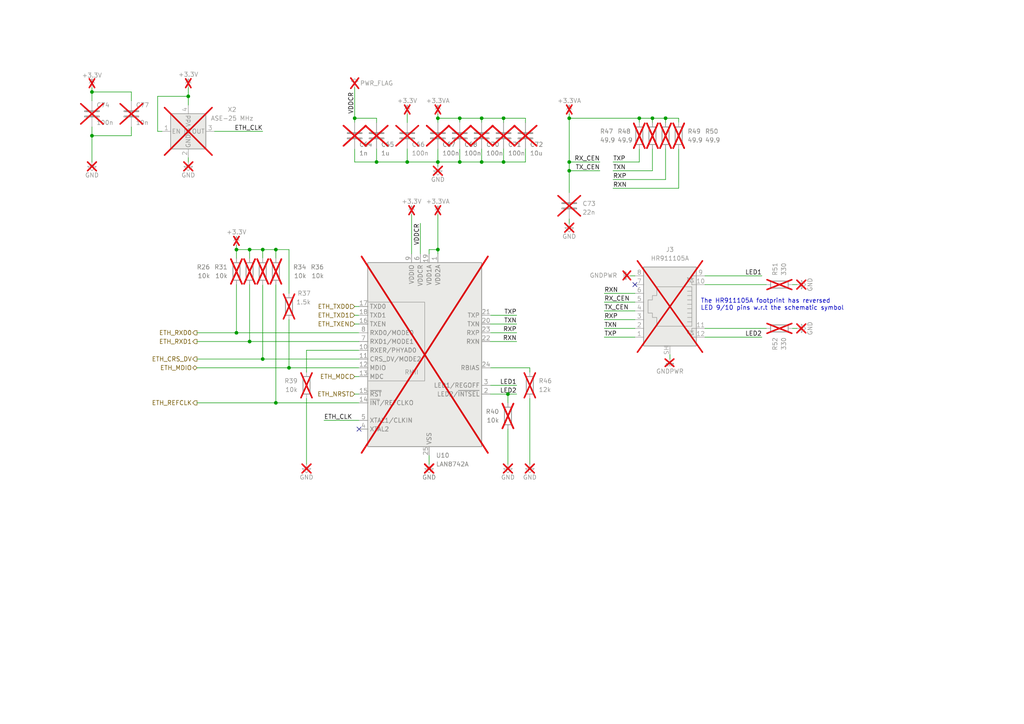
<source format=kicad_sch>
(kicad_sch (version 20231120) (generator "eeschema") (generator_version "8.0")
  (paper "A4")
  (title_block (title "net-bmp") (date "2023-11-11") (rev "b") (company "elagil"))
  (lib_symbols
    (symbol "Connector:8P8C_LED_Shielded" (pin_names (offset 1.016))
      (property "Reference" "J" (at -5.08 13.97 0))
      (property "Value" "8P8C_LED_Shielded" (at 1.27 13.97 0))
      (symbol "8P8C_LED_Shielded_0_1"
        (polyline (pts (xy -7.62 -7.62) (xy -6.35 -7.62)))
        (polyline (pts (xy -7.62 -5.08) (xy -6.35 -5.08)))
        (polyline (pts (xy -7.62 7.62) (xy -6.35 7.62)))
        (polyline (pts (xy -7.62 10.16) (xy -6.35 10.16)))
        (polyline (pts (xy -6.858 -5.842) (xy -5.842 -5.842)))
        (polyline (pts (xy -6.858 9.398) (xy -5.842 9.398)))
        (polyline (pts (xy -6.35 -7.62) (xy -6.35 -6.858)))
        (polyline (pts (xy -6.35 -5.08) (xy -6.35 -5.842)))
        (polyline (pts (xy -6.35 7.62) (xy -6.35 8.382)))
        (polyline (pts (xy -6.35 10.16) (xy -6.35 9.398)))
        (polyline (pts (xy -5.08 -6.223) (xy -5.207 -6.604)))
        (polyline (pts (xy -5.08 -5.588) (xy -5.207 -5.969)))
        (polyline (pts (xy -5.08 4.445) (xy -6.35 4.445)))
        (polyline (pts (xy -5.08 5.715) (xy -6.35 5.715)))
        (polyline (pts (xy -5.08 9.017) (xy -5.207 8.636)))
        (polyline (pts (xy -5.08 9.652) (xy -5.207 9.271)))
        (polyline (pts (xy -6.35 -3.175) (xy -5.08 -3.175) (xy -5.08 -3.175)))
        (polyline (pts (xy -6.35 -1.905) (xy -5.08 -1.905) (xy -5.08 -1.905)))
        (polyline (pts (xy -6.35 -0.635) (xy -5.08 -0.635) (xy -5.08 -0.635)))
        (polyline (pts (xy -6.35 0.635) (xy -5.08 0.635) (xy -5.08 0.635)))
        (polyline (pts (xy -6.35 1.905) (xy -5.08 1.905) (xy -5.08 1.905)))
        (polyline (pts (xy -5.588 -6.731) (xy -5.08 -6.223) (xy -5.461 -6.35)))
        (polyline (pts (xy -5.588 -6.096) (xy -5.08 -5.588) (xy -5.461 -5.715)))
        (polyline (pts (xy -5.588 8.509) (xy -5.08 9.017) (xy -5.461 8.89)))
        (polyline (pts (xy -5.588 9.144) (xy -5.08 9.652) (xy -5.461 9.525)))
        (polyline (pts (xy -5.08 3.175) (xy -6.35 3.175) (xy -6.35 3.175)))
        (polyline (pts (xy -6.35 -5.842) (xy -6.858 -6.858) (xy -5.842 -6.858) (xy -6.35 -5.842)))
        (polyline (pts (xy -6.35 9.398) (xy -6.858 8.382) (xy -5.842 8.382) (xy -6.35 9.398)))
        (polyline (pts (xy -6.35 -4.445) (xy -6.35 6.985) (xy 3.81 6.985) (xy 3.81 4.445) (xy 5.08 4.445) (xy 5.08 3.175) (xy 6.35 3.175) (xy 6.35 -0.635) (xy 5.08 -0.635) (xy 5.08 -1.905) (xy 3.81 -1.905) (xy 3.81 -4.445) (xy -6.35 -4.445) (xy -6.35 -4.445)))
        (rectangle (start 7.62 12.7) (end -7.62 -10.16) (stroke (width 0.254)) (fill (type background)))
      )
      (symbol "8P8C_LED_Shielded_1_1"
        (pin passive line (at 10.16 -7.62 180) (length 2.54) (name "~") (number "1"))
        (pin passive line (at -10.16 7.62 0) (length 2.54) (name "~") (number "10"))
        (pin passive line (at -10.16 -5.08 0) (length 2.54) (name "~") (number "11"))
        (pin passive line (at -10.16 -7.62 0) (length 2.54) (name "~") (number "12"))
        (pin passive line (at 10.16 -5.08 180) (length 2.54) (name "~") (number "2"))
        (pin passive line (at 10.16 -2.54 180) (length 2.54) (name "~") (number "3"))
        (pin passive line (at 10.16 0 180) (length 2.54) (name "~") (number "4"))
        (pin passive line (at 10.16 2.54 180) (length 2.54) (name "~") (number "5"))
        (pin passive line (at 10.16 5.08 180) (length 2.54) (name "~") (number "6"))
        (pin passive line (at 10.16 7.62 180) (length 2.54) (name "~") (number "7"))
        (pin passive line (at 10.16 10.16 180) (length 2.54) (name "~") (number "8"))
        (pin passive line (at -10.16 10.16 0) (length 2.54) (name "~") (number "9"))
        (pin passive line (at 0 -12.7 90) (length 2.54) (name "~") (number "SH"))
      )
    )
    (symbol "Device:C" (pin_numbers hide) (pin_names (offset 0.254))
      (property "Reference" "C" (at 0.635 2.54 0))
      (property "Value" "C" (at 0.635 -2.54 0))
      (symbol "C_0_1"
        (polyline (pts (xy -2.032 -0.762) (xy 2.032 -0.762)) (stroke (width 0.508)))
        (polyline (pts (xy -2.032 0.762) (xy 2.032 0.762)) (stroke (width 0.508)))
      )
      (symbol "C_1_1"
        (pin passive line (at 0 3.81 270) (length 2.794) (name "~") (number "1"))
        (pin passive line (at 0 -3.81 90) (length 2.794) (name "~") (number "2"))
      )
    )
    (symbol "Device:R" (pin_numbers hide) (pin_names (offset 0))
      (property "Reference" "R" (at 2.032 0 90))
      (property "Value" "R" (at 0 0 90))
      (symbol "R_0_1"
        (rectangle (start -1.016 -2.54) (end 1.016 2.54) (stroke (width 0.254)))
      )
      (symbol "R_1_1"
        (pin passive line (at 0 3.81 270) (length 1.27) (name "~") (number "1"))
        (pin passive line (at 0 -3.81 90) (length 1.27) (name "~") (number "2"))
      )
    )
    (symbol "Interface_Ethernet:LAN8742A"
      (property "Reference" "U" (at -13.97 29.21 0))
      (property "Value" "LAN8742A" (at 15.24 29.21 0))
      (symbol "LAN8742A_0_0"
        (text "RMII" (at -5.08 -3.81 0) (effects (font (size 1.27 1.27))))
      )
      (symbol "LAN8742A_0_1"
        (rectangle (start -17.78 27.94) (end 15.24 -25.4) (stroke (width 0.254)) (fill (type background)))
        (polyline (pts (xy -17.78 -6.35) (xy -1.27 -6.35) (xy -1.27 16.51) (xy -17.78 16.51)))
      )
      (symbol "LAN8742A_1_1"
        (pin power_in line (at 2.54 30.48 270) (length 2.54) (name "VDD2A") (number "1"))
        (pin output line (at -20.32 2.54 0) (length 2.54) (name "RXER/PHYAD0") (number "10"))
        (pin bidirectional line (at -20.32 0 0) (length 2.54) (name "CRS_DV/MODE2") (number "11"))
        (pin bidirectional line (at -20.32 -2.54 0) (length 2.54) (name "MDIO") (number "12"))
        (pin input line (at -20.32 -5.08 0) (length 2.54) (name "MDC") (number "13"))
        (pin output line (at -20.32 -12.7 0) (length 2.54) (name "~{INT}/REFCLKO") (number "14"))
        (pin input line (at -20.32 -10.16 0) (length 2.54) (name "~{RST}") (number "15"))
        (pin input line (at -20.32 10.16 0) (length 2.54) (name "TXEN") (number "16"))
        (pin input line (at -20.32 15.24 0) (length 2.54) (name "TXD0") (number "17"))
        (pin input line (at -20.32 12.7 0) (length 2.54) (name "TXD1") (number "18"))
        (pin power_in line (at 0 30.48 270) (length 2.54) (name "VDD1A") (number "19"))
        (pin bidirectional line (at 17.78 -10.16 180) (length 2.54) (name "LED2/~{INTSEL}") (number "2"))
        (pin passive line (at 17.78 10.16 180) (length 2.54) (name "TXN") (number "20"))
        (pin passive line (at 17.78 12.7 180) (length 2.54) (name "TXP") (number "21"))
        (pin passive line (at 17.78 5.08 180) (length 2.54) (name "RXN") (number "22"))
        (pin passive line (at 17.78 7.62 180) (length 2.54) (name "RXP") (number "23"))
        (pin passive line (at 17.78 -2.54 180) (length 2.54) (name "RBIAS") (number "24"))
        (pin power_in line (at 0 -27.94 90) (length 2.54) (name "VSS") (number "25"))
        (pin bidirectional line (at 17.78 -7.62 180) (length 2.54) (name "LED1/REGOFF") (number "3"))
        (pin output line (at -20.32 -20.32 0) (length 2.54) (name "XTAL2") (number "4"))
        (pin input line (at -20.32 -17.78 0) (length 2.54) (name "XTAL1/CLKIN") (number "5"))
        (pin power_in line (at -2.54 30.48 270) (length 2.54) (name "VDDCR") (number "6"))
        (pin bidirectional line (at -20.32 5.08 0) (length 2.54) (name "RXD1/MODE1") (number "7"))
        (pin bidirectional line (at -20.32 7.62 0) (length 2.54) (name "RXD0/MODE0") (number "8"))
        (pin power_in line (at -5.08 30.48 270) (length 2.54) (name "VDDIO") (number "9"))
      )
    )
    (symbol "Oscillator:ASE-xxxMHz" (pin_names (offset 0.254))
      (property "Reference" "X" (at -5.08 6.35 0))
      (property "Value" "ASE-xxxMHz" (at 1.27 -6.35 0))
      (symbol "ASE-xxxMHz_0_1"
        (rectangle (start -5.08 5.08) (end 5.08 -5.08) (stroke (width 0.254)) (fill (type background)))
        (polyline (pts (xy -1.27 -0.762) (xy -1.016 -0.762) (xy -1.016 0.762) (xy -0.508 0.762) (xy -0.508 -0.762) (xy 0 -0.762) (xy 0 0.762) (xy 0.508 0.762) (xy 0.508 -0.762) (xy 0.762 -0.762)))
      )
      (symbol "ASE-xxxMHz_1_1"
        (pin input line (at -7.62 0 0) (length 2.54) (name "EN") (number "1"))
        (pin power_in line (at 0 -7.62 90) (length 2.54) (name "GND") (number "2"))
        (pin output line (at 7.62 0 180) (length 2.54) (name "OUT") (number "3"))
        (pin power_in line (at 0 7.62 270) (length 2.54) (name "Vdd") (number "4"))
      )
    )
    (symbol "power:+3.3V" (power) (pin_names (offset 0))
      (property "Value" "+3.3V" (at 0 3.556 0))
      (symbol "+3.3V_0_1"
        (polyline (pts (xy -0.762 1.27) (xy 0 2.54)))
        (polyline (pts (xy 0 0) (xy 0 2.54)))
        (polyline (pts (xy 0 2.54) (xy 0.762 1.27)))
      )
      (symbol "+3.3V_1_1"
        (pin power_in line (at 0 0 90) (length 0) hide (name "+3.3V") (number "1"))
      )
    )
    (symbol "power:+3.3VA" (power) (pin_names (offset 0))
      (property "Value" "+3.3VA" (at 0 3.556 0))
      (symbol "+3.3VA_0_1"
        (polyline (pts (xy -0.762 1.27) (xy 0 2.54)))
        (polyline (pts (xy 0 0) (xy 0 2.54)))
        (polyline (pts (xy 0 2.54) (xy 0.762 1.27)))
      )
      (symbol "+3.3VA_1_1"
        (pin power_in line (at 0 0 90) (length 0) hide (name "+3.3VA") (number "1"))
      )
    )
    (symbol "power:GND" (power) (pin_names (offset 0))
      (property "Value" "GND" (at 0 -3.81 0))
      (symbol "GND_0_1"
        (polyline (pts (xy 0 0) (xy 0 -1.27) (xy 1.27 -1.27) (xy 0 -2.54) (xy -1.27 -1.27) (xy 0 -1.27)))
      )
      (symbol "GND_1_1"
        (pin power_in line (at 0 0 270) (length 0) hide (name "GND") (number "1"))
      )
    )
    (symbol "power:GNDPWR" (power) (pin_names (offset 0))
      (property "Value" "GNDPWR" (at 0 -3.302 0))
      (symbol "GNDPWR_0_1"
        (polyline (pts (xy 0 -1.27) (xy 0 0)))
        (polyline (pts (xy -1.016 -1.27) (xy -1.27 -2.032) (xy -1.27 -2.032)) (stroke (width 0.2032)))
        (polyline (pts (xy -0.508 -1.27) (xy -0.762 -2.032) (xy -0.762 -2.032)) (stroke (width 0.2032)))
        (polyline (pts (xy 0 -1.27) (xy -0.254 -2.032) (xy -0.254 -2.032)) (stroke (width 0.2032)))
        (polyline (pts (xy 0.508 -1.27) (xy 0.254 -2.032) (xy 0.254 -2.032)) (stroke (width 0.2032)))
        (polyline (pts (xy 1.016 -1.27) (xy -1.016 -1.27) (xy -1.016 -1.27)) (stroke (width 0.2032)))
        (polyline (pts (xy 1.016 -1.27) (xy 0.762 -2.032) (xy 0.762 -2.032) (xy 0.762 -2.032)) (stroke (width 0.2032)))
      )
      (symbol "GNDPWR_1_1"
        (pin power_in line (at 0 0 270) (length 0) hide (name "GNDPWR") (number "1"))
      )
    )
    (symbol "power:PWR_FLAG" (power) (pin_numbers hide) (pin_names (offset 0) hide)
      (property "Value" "PWR_FLAG" (at 0 3.81 0))
      (symbol "PWR_FLAG_0_0"
        (pin power_out line (at 0 0 90) (length 0) (name "pwr") (number "1"))
      )
      (symbol "PWR_FLAG_0_1"
        (polyline (pts (xy 0 0) (xy 0 1.27) (xy -1.016 1.905) (xy 0 2.54) (xy 1.016 1.905) (xy 0 1.27)))
      )
    )
  )
  (junction (at 127 34.29))
  (junction (at 68.58 72.39))
  (junction (at 76.2 104.14))
  (junction (at 193.04 34.29))
  (junction (at 109.22 46.99))
  (junction (at 147.32 114.3))
  (junction (at 185.42 34.29))
  (junction (at 68.58 96.52))
  (junction (at 165.1 49.53))
  (junction (at 146.05 34.29))
  (junction (at 139.7 34.29))
  (junction (at 72.39 72.39))
  (junction (at 133.35 46.99))
  (junction (at 165.1 46.99))
  (junction (at 26.67 26.67))
  (junction (at 127 72.39))
  (junction (at 165.1 34.29))
  (junction (at 76.2 72.39))
  (junction (at 127 46.99))
  (junction (at 146.05 46.99))
  (junction (at 139.7 46.99))
  (junction (at 54.61 27.94))
  (junction (at 80.01 116.84))
  (junction (at 133.35 34.29))
  (junction (at 80.01 72.39))
  (junction (at 26.67 39.37))
  (junction (at 189.23 34.29))
  (junction (at 83.82 106.68))
  (junction (at 102.87 34.29))
  (junction (at 72.39 99.06))
  (junction (at 118.11 46.99))
  (no_connect (at 104.14 124.46))
  (no_connect (at 184.15 82.55))
  (wire (pts (xy 152.4 43.18) (xy 152.4 46.99)))
  (wire (pts (xy 146.05 46.99) (xy 152.4 46.99)))
  (wire (pts (xy 220.98 97.79) (xy 204.47 97.79)))
  (wire (pts (xy 127 72.39) (xy 127 73.66)))
  (wire (pts (xy 177.8 49.53) (xy 189.23 49.53)))
  (wire (pts (xy 175.26 95.25) (xy 184.15 95.25)))
  (wire (pts (xy 76.2 104.14) (xy 104.14 104.14)))
  (wire (pts (xy 165.1 34.29) (xy 185.42 34.29)))
  (wire (pts (xy 26.67 39.37) (xy 38.1 39.37)))
  (wire (pts (xy 127 62.23) (xy 127 72.39)))
  (wire (pts (xy 76.2 72.39) (xy 76.2 74.93)))
  (wire (pts (xy 142.24 93.98) (xy 149.86 93.98)))
  (wire (pts (xy 83.82 106.68) (xy 104.14 106.68)))
  (wire (pts (xy 109.22 35.56) (xy 109.22 34.29)))
  (wire (pts (xy 57.15 96.52) (xy 68.58 96.52)))
  (wire (pts (xy 165.1 46.99) (xy 173.99 46.99)))
  (wire (pts (xy 102.87 93.98) (xy 104.14 93.98)))
  (wire (pts (xy 88.9 115.57) (xy 88.9 134.62)))
  (wire (pts (xy 102.87 88.9) (xy 104.14 88.9)))
  (wire (pts (xy 142.24 99.06) (xy 149.86 99.06)))
  (wire (pts (xy 175.26 90.17) (xy 184.15 90.17)))
  (wire (pts (xy 124.46 132.08) (xy 124.46 134.62)))
  (wire (pts (xy 165.1 46.99) (xy 165.1 49.53)))
  (wire (pts (xy 88.9 101.6) (xy 88.9 107.95)))
  (wire (pts (xy 193.04 35.56) (xy 193.04 34.29)))
  (wire (pts (xy 139.7 43.18) (xy 139.7 46.99)))
  (wire (pts (xy 152.4 35.56) (xy 152.4 34.29)))
  (wire (pts (xy 204.47 95.25) (xy 222.25 95.25)))
  (wire (pts (xy 80.01 72.39) (xy 80.01 74.93)))
  (wire (pts (xy 54.61 25.4) (xy 54.61 27.94)))
  (wire (pts (xy 72.39 72.39) (xy 72.39 74.93)))
  (wire (pts (xy 142.24 106.68) (xy 153.67 106.68)))
  (wire (pts (xy 54.61 45.72) (xy 54.61 46.99)))
  (wire (pts (xy 26.67 25.4) (xy 26.67 26.67)))
  (wire (pts (xy 45.72 38.1) (xy 45.72 27.94)))
  (wire (pts (xy 146.05 34.29) (xy 152.4 34.29)))
  (wire (pts (xy 153.67 115.57) (xy 153.67 134.62)))
  (wire (pts (xy 38.1 39.37) (xy 38.1 36.83)))
  (wire (pts (xy 175.26 92.71) (xy 184.15 92.71)))
  (wire (pts (xy 147.32 114.3) (xy 149.86 114.3)))
  (wire (pts (xy 165.1 49.53) (xy 165.1 55.88)))
  (wire (pts (xy 26.67 26.67) (xy 26.67 29.21)))
  (wire (pts (xy 72.39 72.39) (xy 76.2 72.39)))
  (wire (pts (xy 127 46.99) (xy 133.35 46.99)))
  (wire (pts (xy 127 43.18) (xy 127 46.99)))
  (wire (pts (xy 102.87 109.22) (xy 104.14 109.22)))
  (wire (pts (xy 80.01 116.84) (xy 104.14 116.84)))
  (wire (pts (xy 109.22 43.18) (xy 109.22 46.99)))
  (wire (pts (xy 68.58 72.39) (xy 72.39 72.39)))
  (wire (pts (xy 102.87 114.3) (xy 104.14 114.3)))
  (wire (pts (xy 133.35 34.29) (xy 139.7 34.29)))
  (wire (pts (xy 204.47 82.55) (xy 222.25 82.55)))
  (wire (pts (xy 76.2 82.55) (xy 76.2 104.14)))
  (wire (pts (xy 57.15 99.06) (xy 72.39 99.06)))
  (wire (pts (xy 142.24 91.44) (xy 149.86 91.44)))
  (wire (pts (xy 177.8 52.07) (xy 193.04 52.07)))
  (wire (pts (xy 102.87 25.4) (xy 102.87 34.29)))
  (wire (pts (xy 220.98 80.01) (xy 204.47 80.01)))
  (wire (pts (xy 54.61 27.94) (xy 54.61 30.48)))
  (wire (pts (xy 72.39 82.55) (xy 72.39 99.06)))
  (wire (pts (xy 102.87 46.99) (xy 109.22 46.99)))
  (wire (pts (xy 193.04 43.18) (xy 193.04 52.07)))
  (wire (pts (xy 62.23 38.1) (xy 76.2 38.1)))
  (wire (pts (xy 83.82 85.09) (xy 83.82 72.39)))
  (wire (pts (xy 165.1 34.29) (xy 165.1 46.99)))
  (wire (pts (xy 185.42 35.56) (xy 185.42 34.29)))
  (wire (pts (xy 38.1 26.67) (xy 38.1 29.21)))
  (wire (pts (xy 229.87 82.55) (xy 231.14 82.55)))
  (wire (pts (xy 182.88 80.01) (xy 184.15 80.01)))
  (wire (pts (xy 165.1 63.5) (xy 165.1 64.77)))
  (wire (pts (xy 46.99 38.1) (xy 45.72 38.1)))
  (wire (pts (xy 102.87 34.29) (xy 102.87 35.56)))
  (wire (pts (xy 139.7 35.56) (xy 139.7 34.29)))
  (wire (pts (xy 189.23 34.29) (xy 193.04 34.29)))
  (wire (pts (xy 80.01 82.55) (xy 80.01 116.84)))
  (wire (pts (xy 26.67 39.37) (xy 26.67 36.83)))
  (wire (pts (xy 118.11 46.99) (xy 127 46.99)))
  (wire (pts (xy 196.85 43.18) (xy 196.85 54.61)))
  (wire (pts (xy 45.72 27.94) (xy 54.61 27.94)))
  (wire (pts (xy 142.24 114.3) (xy 147.32 114.3)))
  (wire (pts (xy 175.26 97.79) (xy 184.15 97.79)))
  (wire (pts (xy 93.98 121.92) (xy 104.14 121.92)))
  (wire (pts (xy 57.15 106.68) (xy 83.82 106.68)))
  (wire (pts (xy 68.58 96.52) (xy 104.14 96.52)))
  (wire (pts (xy 229.87 95.25) (xy 231.14 95.25)))
  (wire (pts (xy 142.24 111.76) (xy 149.86 111.76)))
  (wire (pts (xy 127 33.02) (xy 127 34.29)))
  (wire (pts (xy 146.05 43.18) (xy 146.05 46.99)))
  (wire (pts (xy 185.42 34.29) (xy 189.23 34.29)))
  (wire (pts (xy 68.58 72.39) (xy 68.58 74.93)))
  (wire (pts (xy 127 46.99) (xy 127 48.26)))
  (wire (pts (xy 68.58 71.12) (xy 68.58 72.39)))
  (wire (pts (xy 177.8 54.61) (xy 196.85 54.61)))
  (wire (pts (xy 189.23 43.18) (xy 189.23 49.53)))
  (wire (pts (xy 26.67 39.37) (xy 26.67 46.99)))
  (wire (pts (xy 147.32 124.46) (xy 147.32 134.62)))
  (wire (pts (xy 83.82 72.39) (xy 80.01 72.39)))
  (wire (pts (xy 185.42 43.18) (xy 185.42 46.99)))
  (wire (pts (xy 165.1 34.29) (xy 165.1 33.02)))
  (wire (pts (xy 177.8 46.99) (xy 185.42 46.99)))
  (wire (pts (xy 175.26 87.63) (xy 184.15 87.63)))
  (wire (pts (xy 68.58 82.55) (xy 68.58 96.52)))
  (wire (pts (xy 127 34.29) (xy 133.35 34.29)))
  (wire (pts (xy 165.1 49.53) (xy 173.99 49.53)))
  (wire (pts (xy 175.26 85.09) (xy 184.15 85.09)))
  (wire (pts (xy 72.39 99.06) (xy 104.14 99.06)))
  (wire (pts (xy 146.05 35.56) (xy 146.05 34.29)))
  (wire (pts (xy 127 34.29) (xy 127 35.56)))
  (wire (pts (xy 26.67 26.67) (xy 38.1 26.67)))
  (wire (pts (xy 133.35 35.56) (xy 133.35 34.29)))
  (wire (pts (xy 109.22 46.99) (xy 118.11 46.99)))
  (wire (pts (xy 83.82 92.71) (xy 83.82 106.68)))
  (wire (pts (xy 124.46 73.66) (xy 124.46 72.39)))
  (wire (pts (xy 102.87 91.44) (xy 104.14 91.44)))
  (wire (pts (xy 133.35 46.99) (xy 139.7 46.99)))
  (wire (pts (xy 193.04 34.29) (xy 196.85 34.29)))
  (wire (pts (xy 139.7 34.29) (xy 146.05 34.29)))
  (wire (pts (xy 118.11 33.02) (xy 118.11 35.56)))
  (wire (pts (xy 102.87 34.29) (xy 109.22 34.29)))
  (wire (pts (xy 102.87 43.18) (xy 102.87 46.99)))
  (wire (pts (xy 147.32 114.3) (xy 147.32 116.84)))
  (wire (pts (xy 124.46 72.39) (xy 127 72.39)))
  (wire (pts (xy 142.24 96.52) (xy 149.86 96.52)))
  (wire (pts (xy 194.31 102.87) (xy 194.31 104.14)))
  (wire (pts (xy 104.14 101.6) (xy 88.9 101.6)))
  (wire (pts (xy 119.38 62.23) (xy 119.38 73.66)))
  (wire (pts (xy 196.85 35.56) (xy 196.85 34.29)))
  (wire (pts (xy 76.2 72.39) (xy 80.01 72.39)))
  (wire (pts (xy 189.23 35.56) (xy 189.23 34.29)))
  (wire (pts (xy 118.11 43.18) (xy 118.11 46.99)))
  (wire (pts (xy 153.67 106.68) (xy 153.67 107.95)))
  (wire (pts (xy 57.15 104.14) (xy 76.2 104.14)))
  (wire (pts (xy 139.7 46.99) (xy 146.05 46.99)))
  (wire (pts (xy 133.35 43.18) (xy 133.35 46.99)))
  (wire (pts (xy 121.92 64.77) (xy 121.92 73.66)))
  (wire (pts (xy 57.15 116.84) (xy 80.01 116.84)))
  (text "The HR911105A footprint has reversed\nLED 9/10 pins w.r.t the schematic symbol" (at 203.2 90.17 0) (effects (font (size 1.27 1.27)) (justify left bottom)))
  (label "TX_CEN" (at 173.99 49.53 180))
  (label "VDDCR" (at 102.87 26.67 270))
  (label "LED2" (at 149.86 114.3 180))
  (label "ETH_CLK" (at 93.98 121.92 0))
  (label "TXP" (at 149.86 91.44 180))
  (label "TXP" (at 175.26 97.79 0))
  (label "RXN" (at 175.26 85.09 0))
  (label "RXN" (at 149.86 99.06 180))
  (label "RX_CEN" (at 173.99 46.99 180))
  (label "RXP" (at 177.8 52.07 0))
  (label "VDDCR" (at 121.92 64.77 270))
  (label "LED1" (at 220.98 80.01 180))
  (label "TXP" (at 177.8 46.99 0))
  (label "LED1" (at 149.86 111.76 180))
  (label "RXP" (at 175.26 92.71 0))
  (label "TXN" (at 175.26 95.25 0))
  (label "RX_CEN" (at 175.26 87.63 0))
  (label "RXN" (at 177.8 54.61 0))
  (label "RXP" (at 149.86 96.52 180))
  (label "LED2" (at 220.98 97.79 180))
  (label "TXN" (at 149.86 93.98 180))
  (label "ETH_CLK" (at 76.2 38.1 180))
  (label "TXN" (at 177.8 49.53 0))
  (label "TX_CEN" (at 175.26 90.17 0))
  (hierarchical_label "ETH_REFCLK" (shape output) (at 57.15 116.84 180))
  (hierarchical_label "ETH_RXD1" (shape output) (at 57.15 99.06 180))
  (hierarchical_label "ETH_RXD0" (shape output) (at 57.15 96.52 180))
  (hierarchical_label "ETH_TXD1" (shape input) (at 102.87 91.44 180))
  (hierarchical_label "ETH_TXEN" (shape input) (at 102.87 93.98 180))
  (hierarchical_label "ETH_MDC" (shape input) (at 102.87 109.22 180))
  (hierarchical_label "ETH_NRST" (shape input) (at 102.87 114.3 180))
  (hierarchical_label "ETH_CRS_DV" (shape output) (at 57.15 104.14 180))
  (hierarchical_label "ETH_MDIO" (shape bidirectional) (at 57.15 106.68 180))
  (hierarchical_label "ETH_TXD0" (shape input) (at 102.87 88.9 180))
  (symbol (lib_id "power:GND") (at 88.9 134.62 0) (unit 1) (dnp yes)
    (property "Reference" "#PWR07" (effects (hide yes)))
    (property "Value" "GND" (at 88.9 138.43 0))
  )
  (symbol (lib_id "power:+3.3V") (at 54.61 25.4 0) (unit 1) (dnp yes)
    (property "Reference" "#PWR044" (effects (hide yes)))
    (property "Value" "+3.3V" (at 54.61 21.59 0))
  )
  (symbol (lib_id "power:+3.3VA") (at 165.1 33.02 0) (unit 1) (dnp yes)
    (property "Reference" "#PWR016" (effects (hide yes)))
    (property "Value" "+3.3VA" (at 165.1 29.21 0))
  )
  (symbol (lib_id "power:GNDPWR") (at 182.88 80.01 270) (unit 1) (dnp yes)
    (property "Reference" "#PWR019" (effects (hide yes)))
    (property "Value" "GNDPWR" (at 179.07 79.883 90) (effects (justify right)))
  )
  (symbol (lib_id "Device:C") (at 109.22 39.37 0) (unit 1) (dnp yes)
    (property "Reference" "C65" (at 110.49 41.91 0) (effects (justify left)))
    (property "Value" "1u" (at 110.49 44.45 0) (effects (justify left)))
    (property "Footprint" "Capacitor_SMD:C_0402_1005Metric" (effects (hide yes)))
    (property "MPN" "C52923" (effects (hide yes)))
  )
  (symbol (lib_id "Device:R") (at 193.04 39.37 180) (unit 1) (dnp yes)
    (property "Reference" "R49" (at 199.39 38.1 0) (effects (justify right)))
    (property "Value" "49.9" (at 199.39 40.64 0) (effects (justify right)))
    (property "Footprint" "Resistor_SMD:R_0402_1005Metric" (effects (hide yes)))
    (property "MPN" "C25120" (effects (hide yes)))
  )
  (symbol (lib_id "power:GND") (at 165.1 64.77 0) (unit 1) (dnp yes)
    (property "Reference" "#PWR017" (effects (hide yes)))
    (property "Value" "GND" (at 165.1 68.58 0))
  )
  (symbol (lib_id "Device:C") (at 118.11 39.37 0) (unit 1) (dnp yes)
    (property "Reference" "C66" (at 119.38 41.91 0) (effects (justify left)))
    (property "Value" "100n" (at 119.38 44.45 0) (effects (justify left)))
    (property "Footprint" "Capacitor_SMD:C_0402_1005Metric" (effects (hide yes)))
    (property "MPN" "C1525" (effects (hide yes)))
  )
  (symbol (lib_id "power:GNDPWR") (at 194.31 104.14 0) (unit 1) (dnp yes)
    (property "Reference" "#PWR034" (effects (hide yes)))
    (property "Value" "GNDPWR" (at 194.31 107.696 0))
  )
  (symbol (lib_id "Device:R") (at 196.85 39.37 180) (unit 1) (dnp yes)
    (property "Reference" "R50" (at 204.47 38.1 0) (effects (justify right)))
    (property "Value" "49.9" (at 204.47 40.64 0) (effects (justify right)))
    (property "Footprint" "Resistor_SMD:R_0402_1005Metric" (effects (hide yes)))
    (property "MPN" "C25120" (effects (hide yes)))
  )
  (symbol (lib_id "Connector:8P8C_LED_Shielded") (at 194.31 90.17 0) (mirror y) (unit 1) (dnp yes)
    (property "Reference" "J3" (at 194.31 72.39 0))
    (property "Value" "HR911105A" (at 194.31 74.93 0))
    (property "Footprint" "Connector_RJ:RJ45_Hanrun_HR911105A" (effects (hide yes)))
    (property "MPN" "C12074" (effects (hide yes)))
  )
  (symbol (lib_id "Device:R") (at 189.23 39.37 180) (unit 1) (dnp yes)
    (property "Reference" "R48" (at 179.07 38.1 0) (effects (justify right)))
    (property "Value" "49.9" (at 179.07 40.64 0) (effects (justify right)))
    (property "Footprint" "Resistor_SMD:R_0402_1005Metric" (effects (hide yes)))
    (property "MPN" "C25120" (effects (hide yes)))
  )
  (symbol (lib_id "power:PWR_FLAG") (at 102.87 25.4 0) (unit 1) (dnp yes)
    (property "Reference" "#FLG01" (effects (hide yes)))
    (property "Value" "PWR_FLAG" (at 109.22 24.13 0))
  )
  (symbol (lib_id "Oscillator:ASE-xxxMHz") (at 54.61 38.1 0) (unit 1) (dnp yes)
    (property "Reference" "X2" (at 67.31 31.7814 0))
    (property "Value" "ASE-25 MHz" (at 67.31 34.3214 0))
    (property "Footprint" "Oscillator:Oscillator_SMD_Abracon_ASE-4Pin_3.2x2.5mm" (effects (hide yes)))
    (property "Datasheet" "http://www.abracon.com/Oscillators/ASV.pdf" (effects (hide yes)))
    (property "Description" "3.3V CMOS SMD Crystal Clock Oscillator, Abracon" (effects (hide yes)))
  )
  (symbol (lib_id "power:GND") (at 231.14 82.55 90) (unit 1) (dnp yes)
    (property "Reference" "#PWR041" (effects (hide yes)))
    (property "Value" "GND" (at 234.95 82.55 0))
  )
  (symbol (lib_id "power:+3.3V") (at 68.58 71.12 0) (unit 1) (dnp yes)
    (property "Reference" "#PWR06" (effects (hide yes)))
    (property "Value" "+3.3V" (at 68.58 67.31 0))
  )
  (symbol (lib_id "power:GND") (at 54.61 46.99 0) (unit 1) (dnp yes)
    (property "Reference" "#PWR043" (effects (hide yes)))
    (property "Value" "GND" (at 54.61 50.8 0))
  )
  (symbol (lib_id "Device:C") (at 38.1 33.02 0) (unit 1) (dnp yes)
    (property "Reference" "C77" (at 39.37 30.48 0) (effects (justify left)))
    (property "Value" "10n" (at 39.37 35.56 0) (effects (justify left)))
    (property "Footprint" "Capacitor_SMD:C_0402_1005Metric" (effects (hide yes)))
    (property "MPN" "C15195" (effects (hide yes)))
  )
  (symbol (lib_id "Device:C") (at 102.87 39.37 0) (unit 1) (dnp yes)
    (property "Reference" "C64" (at 104.14 41.91 0) (effects (justify left)))
    (property "Value" "1n" (at 104.14 44.45 0) (effects (justify left)))
    (property "Footprint" "Capacitor_SMD:C_0402_1005Metric" (effects (hide yes)))
    (property "MPN" "C1523" (effects (hide yes)))
  )
  (symbol (lib_id "Device:C") (at 133.35 39.37 0) (unit 1) (dnp yes)
    (property "Reference" "C68" (at 134.62 41.91 0) (effects (justify left)))
    (property "Value" "100n" (at 134.62 44.45 0) (effects (justify left)))
    (property "Footprint" "Capacitor_SMD:C_0402_1005Metric" (effects (hide yes)))
    (property "MPN" "C1525" (effects (hide yes)))
  )
  (symbol (lib_id "power:GND") (at 26.67 46.99 0) (unit 1) (dnp yes)
    (property "Reference" "#PWR046" (effects (hide yes)))
    (property "Value" "GND" (at 26.67 50.8 0))
  )
  (symbol (lib_id "Device:C") (at 26.67 33.02 0) (unit 1) (dnp yes)
    (property "Reference" "C74" (at 27.94 30.48 0) (effects (justify left)))
    (property "Value" "100n" (at 27.94 35.56 0) (effects (justify left)))
    (property "Footprint" "Capacitor_SMD:C_0402_1005Metric" (effects (hide yes)))
    (property "MPN" "C307331" (effects (hide yes)))
  )
  (symbol (lib_id "power:GND") (at 231.14 95.25 90) (unit 1) (dnp yes)
    (property "Reference" "#PWR042" (effects (hide yes)))
    (property "Value" "GND" (at 234.95 95.25 0))
  )
  (symbol (lib_id "Device:C") (at 152.4 39.37 0) (unit 1) (dnp yes)
    (property "Reference" "C72" (at 153.67 41.91 0) (effects (justify left)))
    (property "Value" "10u" (at 153.67 44.45 0) (effects (justify left)))
    (property "Footprint" "Capacitor_SMD:C_0603_1608Metric" (effects (hide yes)))
    (property "MPN" "C19702" (effects (hide yes)))
  )
  (symbol (lib_id "power:+3.3V") (at 118.11 33.02 0) (unit 1) (dnp yes)
    (property "Reference" "#PWR08" (effects (hide yes)))
    (property "Value" "+3.3V" (at 118.11 29.21 0))
  )
  (symbol (lib_id "Device:R") (at 185.42 39.37 180) (unit 1) (dnp yes)
    (property "Reference" "R47" (at 173.99 38.1 0) (effects (justify right)))
    (property "Value" "49.9" (at 173.99 40.64 0) (effects (justify right)))
    (property "Footprint" "Resistor_SMD:R_0402_1005Metric" (effects (hide yes)))
    (property "MPN" "C25120" (effects (hide yes)))
  )
  (symbol (lib_id "Device:C") (at 165.1 59.69 180) (unit 1) (dnp yes)
    (property "Reference" "C73" (at 168.91 59.055 0) (effects (justify right)))
    (property "Value" "22n" (at 168.91 61.595 0) (effects (justify right)))
    (property "Footprint" "Capacitor_SMD:C_0402_1005Metric" (effects (hide yes)))
    (property "MPN" "C1532" (effects (hide yes)))
  )
  (symbol (lib_id "Interface_Ethernet:LAN8742A") (at 124.46 104.14 0) (unit 1) (dnp yes)
    (property "Reference" "U10" (at 126.4159 132.08 0) (effects (justify left)))
    (property "Value" "LAN8742A" (at 126.4159 134.62 0) (effects (justify left)))
    (property "Footprint" "Package_DFN_QFN:VQFN-24-1EP_4x4mm_P0.5mm_EP2.5x2.5mm_ThermalVias" (effects (hide yes)))
    (property "Datasheet" "http://ww1.microchip.com/downloads/en/DeviceDoc/8742a.pdf" (effects (hide yes)))
    (property "MPN" "C621425" (effects (hide yes)))
    (property "JLCPCB Rotation Offset" "-90" (effects (hide yes)))
  )
  (symbol (lib_id "Device:C") (at 127 39.37 0) (unit 1) (dnp yes)
    (property "Reference" "C67" (at 128.27 41.91 0) (effects (justify left)))
    (property "Value" "100n" (at 128.27 44.45 0) (effects (justify left)))
    (property "Footprint" "Capacitor_SMD:C_0402_1005Metric" (effects (hide yes)))
    (property "MPN" "C1525" (effects (hide yes)))
  )
  (symbol (lib_id "Device:R") (at 68.58 78.74 0) (mirror x) (unit 1) (dnp yes)
    (property "Reference" "R26" (at 60.96 77.47 0) (effects (justify right)))
    (property "Value" "10k" (at 60.96 80.01 0) (effects (justify right)))
    (property "Footprint" "Resistor_SMD:R_0402_1005Metric" (effects (hide yes)))
    (property "MPN" "C25744" (effects (hide yes)))
  )
  (symbol (lib_id "Device:R") (at 83.82 88.9 0) (mirror x) (unit 1) (dnp yes)
    (property "Reference" "R37" (at 90.17 85.09 0) (effects (justify right)))
    (property "Value" "1.5k" (at 90.17 87.63 0) (effects (justify right)))
    (property "Footprint" "Resistor_SMD:R_0402_1005Metric" (effects (hide yes)))
    (property "MPN" "C25867" (effects (hide yes)))
  )
  (symbol (lib_id "power:+3.3V") (at 26.67 25.4 0) (unit 1) (dnp yes)
    (property "Reference" "#PWR045" (effects (hide yes)))
    (property "Value" "+3.3V" (at 26.67 21.844 0))
  )
  (symbol (lib_id "Device:C") (at 139.7 39.37 0) (unit 1) (dnp yes)
    (property "Reference" "C70" (at 140.97 41.91 0) (effects (justify left)))
    (property "Value" "100n" (at 140.97 44.45 0) (effects (justify left)))
    (property "Footprint" "Capacitor_SMD:C_0402_1005Metric" (effects (hide yes)))
    (property "MPN" "C1525" (effects (hide yes)))
  )
  (symbol (lib_id "Device:R") (at 147.32 120.65 0) (mirror x) (unit 1) (dnp yes)
    (property "Reference" "R40" (at 144.78 119.38 0) (effects (justify right)))
    (property "Value" "10k" (at 144.78 121.92 0) (effects (justify right)))
    (property "Footprint" "Resistor_SMD:R_0402_1005Metric" (effects (hide yes)))
    (property "MPN" "C25744" (effects (hide yes)))
  )
  (symbol (lib_id "Device:R") (at 226.06 95.25 270) (mirror x) (unit 1) (dnp yes)
    (property "Reference" "R52" (at 224.79 97.79 0) (effects (justify right)))
    (property "Value" "330" (at 227.33 97.79 0) (effects (justify right)))
    (property "Footprint" "Resistor_SMD:R_0402_1005Metric" (effects (hide yes)))
    (property "MPN" "C25104" (effects (hide yes)))
  )
  (symbol (lib_id "power:GND") (at 127 48.26 0) (unit 1) (dnp yes)
    (property "Reference" "#PWR012" (effects (hide yes)))
    (property "Value" "GND" (at 127 52.07 0))
  )
  (symbol (lib_id "power:+3.3VA") (at 127 62.23 0) (unit 1) (dnp yes)
    (property "Reference" "#PWR013" (effects (hide yes)))
    (property "Value" "+3.3VA" (at 127 58.42 0))
  )
  (symbol (lib_id "Device:R") (at 226.06 82.55 270) (unit 1) (dnp yes)
    (property "Reference" "R51" (at 224.79 80.01 0) (effects (justify right)))
    (property "Value" "330" (at 227.33 80.01 0) (effects (justify right)))
    (property "Footprint" "Resistor_SMD:R_0402_1005Metric" (effects (hide yes)))
    (property "MPN" "C25104" (effects (hide yes)))
  )
  (symbol (lib_id "power:+3.3VA") (at 127 33.02 0) (unit 1) (dnp yes)
    (property "Reference" "#PWR011" (effects (hide yes)))
    (property "Value" "+3.3VA" (at 127 29.21 0))
  )
  (symbol (lib_id "power:GND") (at 153.67 134.62 0) (unit 1) (dnp yes)
    (property "Reference" "#PWR015" (effects (hide yes)))
    (property "Value" "GND" (at 153.67 138.43 0))
  )
  (symbol (lib_id "power:GND") (at 147.32 134.62 0) (unit 1) (dnp yes)
    (property "Reference" "#PWR014" (effects (hide yes)))
    (property "Value" "GND" (at 147.32 138.43 0))
  )
  (symbol (lib_id "Device:R") (at 76.2 78.74 0) (mirror x) (unit 1) (dnp yes)
    (property "Reference" "R34" (at 88.9 77.47 0) (effects (justify right)))
    (property "Value" "10k" (at 88.9 80.01 0) (effects (justify right)))
    (property "Footprint" "Resistor_SMD:R_0402_1005Metric" (effects (hide yes)))
    (property "MPN" "C25744" (effects (hide yes)))
  )
  (symbol (lib_id "power:+3.3V") (at 119.38 62.23 0) (unit 1) (dnp yes)
    (property "Reference" "#PWR09" (effects (hide yes)))
    (property "Value" "+3.3V" (at 119.38 58.42 0))
  )
  (symbol (lib_id "power:GND") (at 124.46 134.62 0) (unit 1) (dnp yes)
    (property "Reference" "#PWR010" (effects (hide yes)))
    (property "Value" "GND" (at 124.46 138.43 0))
  )
  (symbol (lib_id "Device:R") (at 153.67 111.76 180) (unit 1) (dnp yes)
    (property "Reference" "R46" (at 156.21 110.49 0) (effects (justify right)))
    (property "Value" "12k" (at 156.21 113.03 0) (effects (justify right)))
    (property "Footprint" "Resistor_SMD:R_0402_1005Metric" (effects (hide yes)))
    (property "MPN" "C25752" (effects (hide yes)))
  )
  (symbol (lib_id "Device:R") (at 80.01 78.74 0) (mirror x) (unit 1) (dnp yes)
    (property "Reference" "R36" (at 93.98 77.47 0) (effects (justify right)))
    (property "Value" "10k" (at 93.98 80.01 0) (effects (justify right)))
    (property "Footprint" "Resistor_SMD:R_0402_1005Metric" (effects (hide yes)))
    (property "MPN" "C25744" (effects (hide yes)))
  )
  (symbol (lib_id "Device:R") (at 72.39 78.74 0) (mirror x) (unit 1) (dnp yes)
    (property "Reference" "R31" (at 66.04 77.47 0) (effects (justify right)))
    (property "Value" "10k" (at 66.04 80.01 0) (effects (justify right)))
    (property "Footprint" "Resistor_SMD:R_0402_1005Metric" (effects (hide yes)))
    (property "MPN" "C25744" (effects (hide yes)))
  )
  (symbol (lib_id "Device:R") (at 88.9 111.76 0) (mirror x) (unit 1) (dnp yes)
    (property "Reference" "R39" (at 86.36 110.49 0) (effects (justify right)))
    (property "Value" "10k" (at 86.36 113.03 0) (effects (justify right)))
    (property "Footprint" "Resistor_SMD:R_0402_1005Metric" (effects (hide yes)))
    (property "MPN" "C25744" (effects (hide yes)))
  )
  (symbol (lib_id "Device:C") (at 146.05 39.37 0) (unit 1) (dnp yes)
    (property "Reference" "C71" (at 147.32 41.91 0) (effects (justify left)))
    (property "Value" "100n" (at 147.32 44.45 0) (effects (justify left)))
    (property "Footprint" "Capacitor_SMD:C_0402_1005Metric" (effects (hide yes)))
    (property "MPN" "C1525" (effects (hide yes)))
  )
)
</source>
